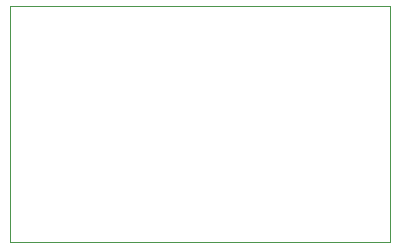
<source format=gbr>
%TF.GenerationSoftware,KiCad,Pcbnew,7.0.6*%
%TF.CreationDate,2025-05-22T13:23:26+01:00*%
%TF.ProjectId,CubeConnector,43756265-436f-46e6-9e65-63746f722e6b,rev?*%
%TF.SameCoordinates,Original*%
%TF.FileFunction,Profile,NP*%
%FSLAX46Y46*%
G04 Gerber Fmt 4.6, Leading zero omitted, Abs format (unit mm)*
G04 Created by KiCad (PCBNEW 7.0.6) date 2025-05-22 13:23:26*
%MOMM*%
%LPD*%
G01*
G04 APERTURE LIST*
%TA.AperFunction,Profile*%
%ADD10C,0.100000*%
%TD*%
G04 APERTURE END LIST*
D10*
X59200000Y-19900000D02*
X91400000Y-19900000D01*
X91400000Y-39900000D01*
X59200000Y-39900000D01*
X59200000Y-19900000D01*
M02*

</source>
